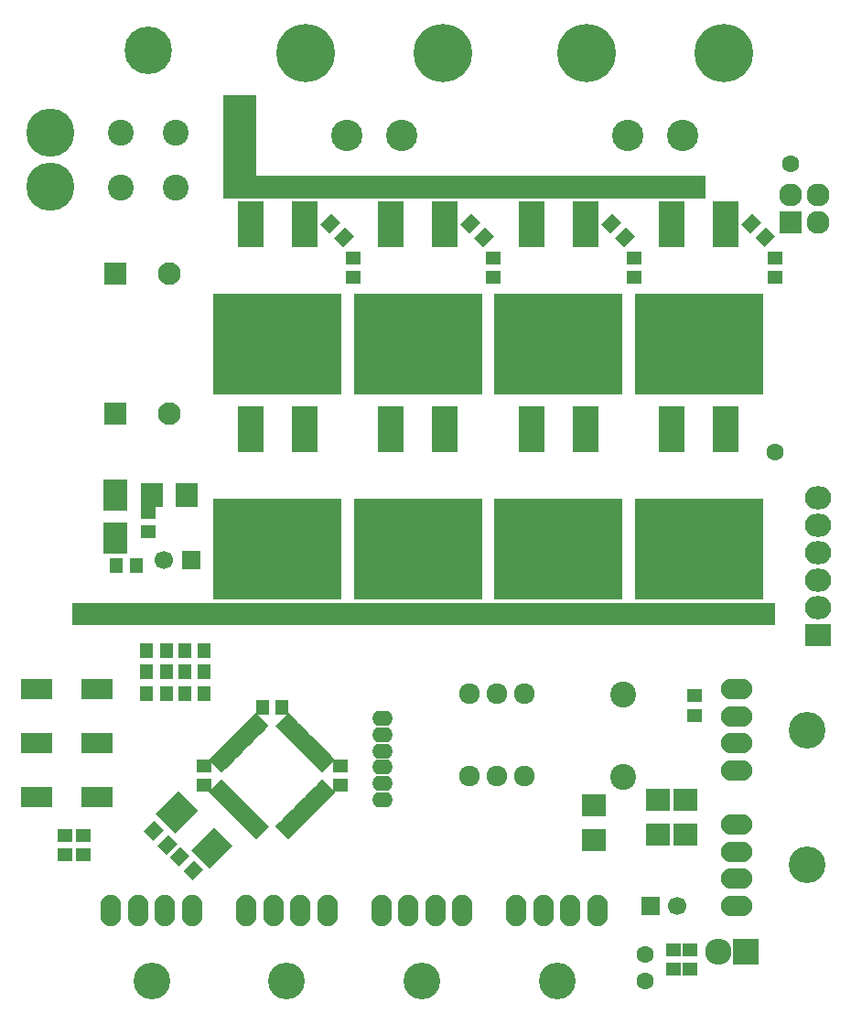
<source format=gbr>
G04 #@! TF.FileFunction,Soldermask,Top*
%FSLAX46Y46*%
G04 Gerber Fmt 4.6, Leading zero omitted, Abs format (unit mm)*
G04 Created by KiCad (PCBNEW 4.0.4-stable) date 11/07/16 11:26:06*
%MOMM*%
%LPD*%
G01*
G04 APERTURE LIST*
%ADD10C,0.100000*%
%ADD11O,2.900000X1.900000*%
%ADD12C,3.400000*%
%ADD13C,2.100000*%
%ADD14R,2.100000X2.100000*%
%ADD15O,1.900000X2.900000*%
%ADD16R,2.398980X4.199840*%
%ADD17R,11.901120X9.399220*%
%ADD18C,1.700000*%
%ADD19R,1.700000X1.700000*%
%ADD20R,2.432000X2.432000*%
%ADD21O,2.432000X2.432000*%
%ADD22C,2.400000*%
%ADD23C,4.400000*%
%ADD24R,2.000000X2.200000*%
%ADD25R,1.400000X1.200000*%
%ADD26R,1.200000X1.400000*%
%ADD27R,2.200000X2.000000*%
%ADD28O,1.924000X1.400000*%
%ADD29C,1.924000*%
%ADD30R,2.200860X2.899360*%
%ADD31C,2.900000*%
%ADD32C,5.400000*%
%ADD33R,3.000000X1.900000*%
%ADD34C,4.464000*%
%ADD35C,1.600000*%
%ADD36R,2.127200X2.127200*%
%ADD37O,2.127200X2.127200*%
%ADD38R,2.432000X2.127200*%
%ADD39O,2.432000X2.127200*%
%ADD40C,0.026000*%
G04 APERTURE END LIST*
D10*
G36*
X13193755Y-75015075D02*
X15315075Y-72893755D01*
X17153553Y-74732233D01*
X15032233Y-76853553D01*
X13193755Y-75015075D01*
X13193755Y-75015075D01*
G37*
G36*
X16517158Y-78338478D02*
X18638478Y-76217158D01*
X20335534Y-77914214D01*
X18214214Y-80035534D01*
X16517158Y-78338478D01*
X16517158Y-78338478D01*
G37*
D11*
X67000000Y-71000000D03*
X67000000Y-68500000D03*
X67000000Y-66000000D03*
X67000000Y-63500000D03*
D12*
X73500000Y-67250000D03*
D13*
X14500000Y-25000000D03*
D14*
X9500000Y-25000000D03*
D15*
X21600000Y-84000000D03*
X24100000Y-84000000D03*
X26600000Y-84000000D03*
X29100000Y-84000000D03*
D12*
X25350000Y-90500000D03*
D15*
X34100000Y-84000000D03*
X36600000Y-84000000D03*
X39100000Y-84000000D03*
X41600000Y-84000000D03*
D12*
X37850000Y-90500000D03*
D16*
X26999360Y-39450100D03*
X22000640Y-39450100D03*
D17*
X24500000Y-50549900D03*
D10*
G36*
X18608311Y-73462221D02*
X18148692Y-73002602D01*
X19350773Y-71800521D01*
X19810392Y-72260140D01*
X18608311Y-73462221D01*
X18608311Y-73462221D01*
G37*
G36*
X18961864Y-73815774D02*
X18502245Y-73356155D01*
X19704326Y-72154074D01*
X20163945Y-72613693D01*
X18961864Y-73815774D01*
X18961864Y-73815774D01*
G37*
G36*
X19315418Y-74169328D02*
X18855799Y-73709709D01*
X20057880Y-72507628D01*
X20517499Y-72967247D01*
X19315418Y-74169328D01*
X19315418Y-74169328D01*
G37*
G36*
X19668971Y-74522881D02*
X19209352Y-74063262D01*
X20411433Y-72861181D01*
X20871052Y-73320800D01*
X19668971Y-74522881D01*
X19668971Y-74522881D01*
G37*
G36*
X20022524Y-74876434D02*
X19562905Y-74416815D01*
X20764986Y-73214734D01*
X21224605Y-73674353D01*
X20022524Y-74876434D01*
X20022524Y-74876434D01*
G37*
G36*
X20376078Y-75229988D02*
X19916459Y-74770369D01*
X21118540Y-73568288D01*
X21578159Y-74027907D01*
X20376078Y-75229988D01*
X20376078Y-75229988D01*
G37*
G36*
X20729631Y-75583541D02*
X20270012Y-75123922D01*
X21472093Y-73921841D01*
X21931712Y-74381460D01*
X20729631Y-75583541D01*
X20729631Y-75583541D01*
G37*
G36*
X21083185Y-75937095D02*
X20623566Y-75477476D01*
X21825647Y-74275395D01*
X22285266Y-74735014D01*
X21083185Y-75937095D01*
X21083185Y-75937095D01*
G37*
G36*
X21436738Y-76290648D02*
X20977119Y-75831029D01*
X22179200Y-74628948D01*
X22638819Y-75088567D01*
X21436738Y-76290648D01*
X21436738Y-76290648D01*
G37*
G36*
X21790291Y-76644201D02*
X21330672Y-76184582D01*
X22532753Y-74982501D01*
X22992372Y-75442120D01*
X21790291Y-76644201D01*
X21790291Y-76644201D01*
G37*
G36*
X22143845Y-76997755D02*
X21684226Y-76538136D01*
X22886307Y-75336055D01*
X23345926Y-75795674D01*
X22143845Y-76997755D01*
X22143845Y-76997755D01*
G37*
G36*
X22497398Y-77351308D02*
X22037779Y-76891689D01*
X23239860Y-75689608D01*
X23699479Y-76149227D01*
X22497398Y-77351308D01*
X22497398Y-77351308D01*
G37*
G36*
X25962221Y-76891689D02*
X25502602Y-77351308D01*
X24300521Y-76149227D01*
X24760140Y-75689608D01*
X25962221Y-76891689D01*
X25962221Y-76891689D01*
G37*
G36*
X26315774Y-76538136D02*
X25856155Y-76997755D01*
X24654074Y-75795674D01*
X25113693Y-75336055D01*
X26315774Y-76538136D01*
X26315774Y-76538136D01*
G37*
G36*
X26669328Y-76184582D02*
X26209709Y-76644201D01*
X25007628Y-75442120D01*
X25467247Y-74982501D01*
X26669328Y-76184582D01*
X26669328Y-76184582D01*
G37*
G36*
X27022881Y-75831029D02*
X26563262Y-76290648D01*
X25361181Y-75088567D01*
X25820800Y-74628948D01*
X27022881Y-75831029D01*
X27022881Y-75831029D01*
G37*
G36*
X27376434Y-75477476D02*
X26916815Y-75937095D01*
X25714734Y-74735014D01*
X26174353Y-74275395D01*
X27376434Y-75477476D01*
X27376434Y-75477476D01*
G37*
G36*
X27729988Y-75123922D02*
X27270369Y-75583541D01*
X26068288Y-74381460D01*
X26527907Y-73921841D01*
X27729988Y-75123922D01*
X27729988Y-75123922D01*
G37*
G36*
X28083541Y-74770369D02*
X27623922Y-75229988D01*
X26421841Y-74027907D01*
X26881460Y-73568288D01*
X28083541Y-74770369D01*
X28083541Y-74770369D01*
G37*
G36*
X28437095Y-74416815D02*
X27977476Y-74876434D01*
X26775395Y-73674353D01*
X27235014Y-73214734D01*
X28437095Y-74416815D01*
X28437095Y-74416815D01*
G37*
G36*
X28790648Y-74063262D02*
X28331029Y-74522881D01*
X27128948Y-73320800D01*
X27588567Y-72861181D01*
X28790648Y-74063262D01*
X28790648Y-74063262D01*
G37*
G36*
X29144201Y-73709709D02*
X28684582Y-74169328D01*
X27482501Y-72967247D01*
X27942120Y-72507628D01*
X29144201Y-73709709D01*
X29144201Y-73709709D01*
G37*
G36*
X29497755Y-73356155D02*
X29038136Y-73815774D01*
X27836055Y-72613693D01*
X28295674Y-72154074D01*
X29497755Y-73356155D01*
X29497755Y-73356155D01*
G37*
G36*
X29851308Y-73002602D02*
X29391689Y-73462221D01*
X28189608Y-72260140D01*
X28649227Y-71800521D01*
X29851308Y-73002602D01*
X29851308Y-73002602D01*
G37*
G36*
X28649227Y-71199479D02*
X28189608Y-70739860D01*
X29391689Y-69537779D01*
X29851308Y-69997398D01*
X28649227Y-71199479D01*
X28649227Y-71199479D01*
G37*
G36*
X28295674Y-70845926D02*
X27836055Y-70386307D01*
X29038136Y-69184226D01*
X29497755Y-69643845D01*
X28295674Y-70845926D01*
X28295674Y-70845926D01*
G37*
G36*
X27942120Y-70492372D02*
X27482501Y-70032753D01*
X28684582Y-68830672D01*
X29144201Y-69290291D01*
X27942120Y-70492372D01*
X27942120Y-70492372D01*
G37*
G36*
X27588567Y-70138819D02*
X27128948Y-69679200D01*
X28331029Y-68477119D01*
X28790648Y-68936738D01*
X27588567Y-70138819D01*
X27588567Y-70138819D01*
G37*
G36*
X27235014Y-69785266D02*
X26775395Y-69325647D01*
X27977476Y-68123566D01*
X28437095Y-68583185D01*
X27235014Y-69785266D01*
X27235014Y-69785266D01*
G37*
G36*
X26881460Y-69431712D02*
X26421841Y-68972093D01*
X27623922Y-67770012D01*
X28083541Y-68229631D01*
X26881460Y-69431712D01*
X26881460Y-69431712D01*
G37*
G36*
X26527907Y-69078159D02*
X26068288Y-68618540D01*
X27270369Y-67416459D01*
X27729988Y-67876078D01*
X26527907Y-69078159D01*
X26527907Y-69078159D01*
G37*
G36*
X26174353Y-68724605D02*
X25714734Y-68264986D01*
X26916815Y-67062905D01*
X27376434Y-67522524D01*
X26174353Y-68724605D01*
X26174353Y-68724605D01*
G37*
G36*
X25820800Y-68371052D02*
X25361181Y-67911433D01*
X26563262Y-66709352D01*
X27022881Y-67168971D01*
X25820800Y-68371052D01*
X25820800Y-68371052D01*
G37*
G36*
X25467247Y-68017499D02*
X25007628Y-67557880D01*
X26209709Y-66355799D01*
X26669328Y-66815418D01*
X25467247Y-68017499D01*
X25467247Y-68017499D01*
G37*
G36*
X25113693Y-67663945D02*
X24654074Y-67204326D01*
X25856155Y-66002245D01*
X26315774Y-66461864D01*
X25113693Y-67663945D01*
X25113693Y-67663945D01*
G37*
G36*
X24760140Y-67310392D02*
X24300521Y-66850773D01*
X25502602Y-65648692D01*
X25962221Y-66108311D01*
X24760140Y-67310392D01*
X24760140Y-67310392D01*
G37*
G36*
X23699479Y-66850773D02*
X23239860Y-67310392D01*
X22037779Y-66108311D01*
X22497398Y-65648692D01*
X23699479Y-66850773D01*
X23699479Y-66850773D01*
G37*
G36*
X23345926Y-67204326D02*
X22886307Y-67663945D01*
X21684226Y-66461864D01*
X22143845Y-66002245D01*
X23345926Y-67204326D01*
X23345926Y-67204326D01*
G37*
G36*
X22992372Y-67557880D02*
X22532753Y-68017499D01*
X21330672Y-66815418D01*
X21790291Y-66355799D01*
X22992372Y-67557880D01*
X22992372Y-67557880D01*
G37*
G36*
X22638819Y-67911433D02*
X22179200Y-68371052D01*
X20977119Y-67168971D01*
X21436738Y-66709352D01*
X22638819Y-67911433D01*
X22638819Y-67911433D01*
G37*
G36*
X22285266Y-68264986D02*
X21825647Y-68724605D01*
X20623566Y-67522524D01*
X21083185Y-67062905D01*
X22285266Y-68264986D01*
X22285266Y-68264986D01*
G37*
G36*
X21931712Y-68618540D02*
X21472093Y-69078159D01*
X20270012Y-67876078D01*
X20729631Y-67416459D01*
X21931712Y-68618540D01*
X21931712Y-68618540D01*
G37*
G36*
X21578159Y-68972093D02*
X21118540Y-69431712D01*
X19916459Y-68229631D01*
X20376078Y-67770012D01*
X21578159Y-68972093D01*
X21578159Y-68972093D01*
G37*
G36*
X21224605Y-69325647D02*
X20764986Y-69785266D01*
X19562905Y-68583185D01*
X20022524Y-68123566D01*
X21224605Y-69325647D01*
X21224605Y-69325647D01*
G37*
G36*
X20871052Y-69679200D02*
X20411433Y-70138819D01*
X19209352Y-68936738D01*
X19668971Y-68477119D01*
X20871052Y-69679200D01*
X20871052Y-69679200D01*
G37*
G36*
X20517499Y-70032753D02*
X20057880Y-70492372D01*
X18855799Y-69290291D01*
X19315418Y-68830672D01*
X20517499Y-70032753D01*
X20517499Y-70032753D01*
G37*
G36*
X20163945Y-70386307D02*
X19704326Y-70845926D01*
X18502245Y-69643845D01*
X18961864Y-69184226D01*
X20163945Y-70386307D01*
X20163945Y-70386307D01*
G37*
G36*
X19810392Y-70739860D02*
X19350773Y-71199479D01*
X18148692Y-69997398D01*
X18608311Y-69537779D01*
X19810392Y-70739860D01*
X19810392Y-70739860D01*
G37*
D18*
X61500000Y-83500000D03*
D19*
X59000000Y-83500000D03*
D11*
X67000000Y-83500000D03*
X67000000Y-81000000D03*
X67000000Y-78500000D03*
X67000000Y-76000000D03*
D12*
X73500000Y-79750000D03*
D16*
X52999360Y-39450100D03*
X48000640Y-39450100D03*
D17*
X50500000Y-50549900D03*
D20*
X67800000Y-87800000D03*
D21*
X65260000Y-87800000D03*
D16*
X39999360Y-39450100D03*
X35000640Y-39450100D03*
D17*
X37500000Y-50549900D03*
D16*
X39999360Y-20450100D03*
X35000640Y-20450100D03*
D17*
X37500000Y-31549900D03*
D16*
X26999360Y-20450100D03*
X22000640Y-20450100D03*
D17*
X24500000Y-31549900D03*
D16*
X65999360Y-39450100D03*
X61000640Y-39450100D03*
D17*
X63500000Y-50549900D03*
D16*
X65999360Y-20450100D03*
X61000640Y-20450100D03*
D17*
X63500000Y-31549900D03*
D16*
X52999360Y-20450100D03*
X48000640Y-20450100D03*
D17*
X50500000Y-31549900D03*
D22*
X15040000Y-12000000D03*
X15040000Y-17080000D03*
X9960000Y-12000000D03*
X9960000Y-17080000D03*
D23*
X12500000Y-4380000D03*
D24*
X12900000Y-45500000D03*
X16100000Y-45500000D03*
D25*
X4800000Y-78800000D03*
X4800000Y-77000000D03*
D10*
G36*
X12144365Y-76634315D02*
X13134315Y-75644365D01*
X13982843Y-76492893D01*
X12992893Y-77482843D01*
X12144365Y-76634315D01*
X12144365Y-76634315D01*
G37*
G36*
X13417157Y-77907107D02*
X14407107Y-76917157D01*
X15255635Y-77765685D01*
X14265685Y-78755635D01*
X13417157Y-77907107D01*
X13417157Y-77907107D01*
G37*
G36*
X17655635Y-80165685D02*
X16665685Y-81155635D01*
X15817157Y-80307107D01*
X16807107Y-79317157D01*
X17655635Y-80165685D01*
X17655635Y-80165685D01*
G37*
G36*
X16382843Y-78892893D02*
X15392893Y-79882843D01*
X14544365Y-79034315D01*
X15534315Y-78044365D01*
X16382843Y-78892893D01*
X16382843Y-78892893D01*
G37*
D26*
X24900000Y-65200000D03*
X23100000Y-65200000D03*
D25*
X17700000Y-70600000D03*
X17700000Y-72400000D03*
X6500000Y-78800000D03*
X6500000Y-77000000D03*
D26*
X14200000Y-61900000D03*
X12400000Y-61900000D03*
D25*
X44500000Y-23600000D03*
X44500000Y-25400000D03*
X31500000Y-23600000D03*
X31500000Y-25400000D03*
X70500000Y-23600000D03*
X70500000Y-25400000D03*
X57500000Y-23600000D03*
X57500000Y-25400000D03*
X30300000Y-72400000D03*
X30300000Y-70600000D03*
D10*
G36*
X44555635Y-21565685D02*
X43565685Y-22555635D01*
X42717157Y-21707107D01*
X43707107Y-20717157D01*
X44555635Y-21565685D01*
X44555635Y-21565685D01*
G37*
G36*
X43282843Y-20292893D02*
X42292893Y-21282843D01*
X41444365Y-20434315D01*
X42434315Y-19444365D01*
X43282843Y-20292893D01*
X43282843Y-20292893D01*
G37*
G36*
X31555635Y-21565685D02*
X30565685Y-22555635D01*
X29717157Y-21707107D01*
X30707107Y-20717157D01*
X31555635Y-21565685D01*
X31555635Y-21565685D01*
G37*
G36*
X30282843Y-20292893D02*
X29292893Y-21282843D01*
X28444365Y-20434315D01*
X29434315Y-19444365D01*
X30282843Y-20292893D01*
X30282843Y-20292893D01*
G37*
G36*
X70555635Y-21565685D02*
X69565685Y-22555635D01*
X68717157Y-21707107D01*
X69707107Y-20717157D01*
X70555635Y-21565685D01*
X70555635Y-21565685D01*
G37*
G36*
X69282843Y-20292893D02*
X68292893Y-21282843D01*
X67444365Y-20434315D01*
X68434315Y-19444365D01*
X69282843Y-20292893D01*
X69282843Y-20292893D01*
G37*
G36*
X57555635Y-21565685D02*
X56565685Y-22555635D01*
X55717157Y-21707107D01*
X56707107Y-20717157D01*
X57555635Y-21565685D01*
X57555635Y-21565685D01*
G37*
G36*
X56282843Y-20292893D02*
X55292893Y-21282843D01*
X54444365Y-20434315D01*
X55434315Y-19444365D01*
X56282843Y-20292893D01*
X56282843Y-20292893D01*
G37*
D26*
X14200000Y-63900000D03*
X12400000Y-63900000D03*
D25*
X61100000Y-89400000D03*
X61100000Y-87600000D03*
X12500000Y-48900000D03*
X12500000Y-47100000D03*
D27*
X53800000Y-77400000D03*
X53800000Y-74200000D03*
D28*
X34200000Y-66200000D03*
X34200000Y-67700000D03*
X34200000Y-69200000D03*
X34200000Y-70700000D03*
X34200000Y-72200000D03*
X34200000Y-73700000D03*
D29*
X42260000Y-71510000D03*
X44800000Y-71510000D03*
X47340000Y-71510000D03*
X47340000Y-63890000D03*
X44800000Y-63890000D03*
X42260000Y-63890000D03*
D13*
X14500000Y-38000000D03*
D14*
X9500000Y-38000000D03*
D25*
X63100000Y-65900000D03*
X63100000Y-64100000D03*
D22*
X56500000Y-71599840D03*
X56500000Y-64000160D03*
D26*
X14200000Y-59900000D03*
X12400000Y-59900000D03*
D15*
X9100000Y-84000000D03*
X11600000Y-84000000D03*
X14100000Y-84000000D03*
X16600000Y-84000000D03*
D12*
X12850000Y-90500000D03*
D15*
X46600000Y-84000000D03*
X49100000Y-84000000D03*
X51600000Y-84000000D03*
X54100000Y-84000000D03*
D12*
X50350000Y-90500000D03*
D26*
X17700000Y-61900000D03*
X15900000Y-61900000D03*
X17700000Y-63900000D03*
X15900000Y-63900000D03*
D25*
X62700000Y-87600000D03*
X62700000Y-89400000D03*
D26*
X11400000Y-52000000D03*
X9600000Y-52000000D03*
X17700000Y-59900000D03*
X15900000Y-59900000D03*
D30*
X9500000Y-49498980D03*
X9500000Y-45501020D03*
D27*
X62200000Y-76900000D03*
X62200000Y-73700000D03*
X59700000Y-76900000D03*
X59700000Y-73700000D03*
D31*
X36000000Y-12250000D03*
X30920000Y-12250000D03*
D32*
X39810000Y-4630000D03*
X27110000Y-4630000D03*
D31*
X62000000Y-12250000D03*
X56920000Y-12250000D03*
D32*
X65810000Y-4630000D03*
X53110000Y-4630000D03*
D18*
X14000000Y-51500000D03*
D19*
X16500000Y-51500000D03*
D33*
X2200000Y-73500000D03*
X7800000Y-73500000D03*
X2200000Y-63500000D03*
X7800000Y-63500000D03*
X2200000Y-68500000D03*
X7800000Y-68500000D03*
D34*
X3500000Y-12000000D03*
X3500000Y-17000000D03*
D35*
X58500000Y-88000000D03*
X58500000Y-90500000D03*
X72000000Y-14900000D03*
X70500000Y-41500000D03*
D36*
X72000000Y-20300000D03*
D37*
X74540000Y-20300000D03*
X72000000Y-17760000D03*
X74540000Y-17760000D03*
D38*
X74500000Y-58500000D03*
D39*
X74500000Y-55960000D03*
X74500000Y-53420000D03*
X74500000Y-50880000D03*
X74500000Y-48340000D03*
X74500000Y-45800000D03*
D40*
G36*
X70487000Y-57487000D02*
X5513000Y-57487000D01*
X5513000Y-55513000D01*
X70487000Y-55513000D01*
X70487000Y-57487000D01*
X70487000Y-57487000D01*
G37*
X70487000Y-57487000D02*
X5513000Y-57487000D01*
X5513000Y-55513000D01*
X70487000Y-55513000D01*
X70487000Y-57487000D01*
G36*
X22487000Y-16000000D02*
X22488024Y-16005058D01*
X22490935Y-16009319D01*
X22495275Y-16012111D01*
X22500000Y-16013000D01*
X63987000Y-16013000D01*
X63987000Y-17987000D01*
X19513000Y-17987000D01*
X19513000Y-8513000D01*
X22487000Y-8513000D01*
X22487000Y-16000000D01*
X22487000Y-16000000D01*
G37*
X22487000Y-16000000D02*
X22488024Y-16005058D01*
X22490935Y-16009319D01*
X22495275Y-16012111D01*
X22500000Y-16013000D01*
X63987000Y-16013000D01*
X63987000Y-17987000D01*
X19513000Y-17987000D01*
X19513000Y-8513000D01*
X22487000Y-8513000D01*
X22487000Y-16000000D01*
M02*

</source>
